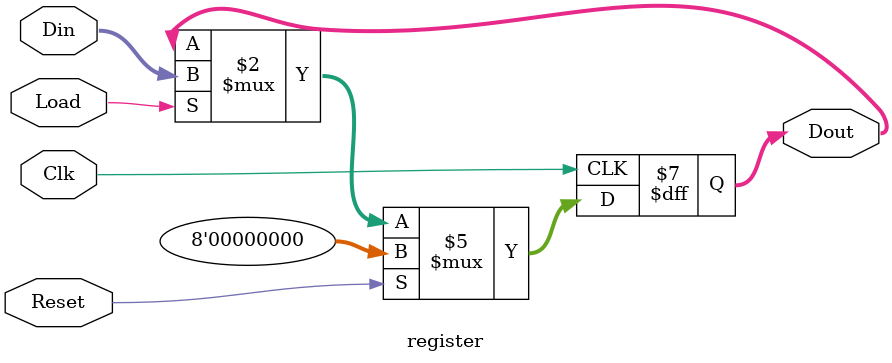
<source format=sv>
module register #(
	parameter WIDTH = 8
) (
	input logic Clk, Reset, Load,
	input logic [WIDTH-1:0] Din,
	output logic [WIDTH-1:0] Dout
);

always_ff @ (posedge Clk) begin
	if(Reset) begin
		Dout <= {WIDTH{1'b0}};
	end else if(Load) begin
		Dout <= Din;
	end
end

endmodule

</source>
